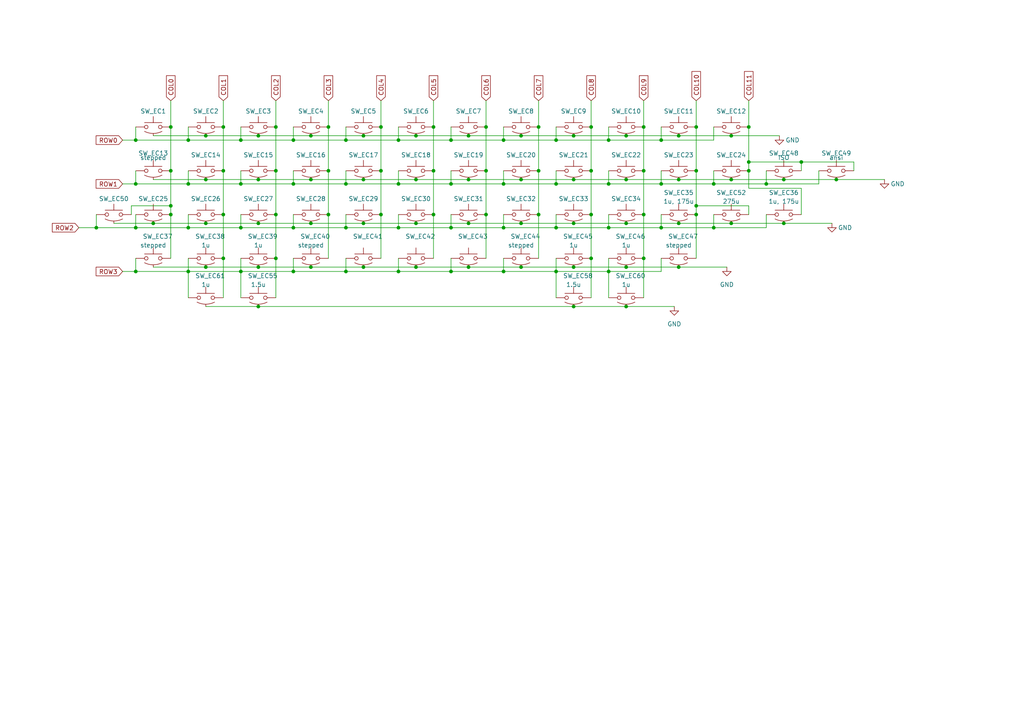
<source format=kicad_sch>
(kicad_sch (version 20230121) (generator eeschema)
  (paper "A4")
  (lib_symbols
    (symbol "cipulot_parts:Topre" (pin_numbers hide) (pin_names (offset 1.016) hide)
      (property "Reference" "SW_EC" (at -3.175 6.858 0))
      (property "Value" "Topre" (at -0.127 4.572 0))
      (symbol "Topre_0_1"
        (arc (start -2.54 -1.27) (mid 0 -1.8696) (end 2.54 -1.27))
        (circle (center -2.032 0) (radius 0.508))
        (polyline (pts (xy 0 1.27) (xy 0 3.048)))
        (polyline (pts (xy 2.54 1.27) (xy -2.54 1.27)))
        (circle (center 2.032 0) (radius 0.508))
        (pin input line (at -5.08 0 0) (length 2.54) (name "1") (number "1"))
        (pin output line (at 5.08 0 180) (length 2.54) (name "2") (number "2"))
      )
      (symbol "Topre_1_1"
        (pin power_in line (at 0 -2.54 90) (length 0.6096) (name "3") (number "3"))
      )
    )
    (symbol "power:GND" (power) (pin_names (offset 0))
      (property "Value" "GND" (at 0 -3.81 0))
      (symbol "GND_0_1"
        (polyline (pts (xy 0 0) (xy 0 -1.27) (xy 1.27 -1.27) (xy 0 -2.54) (xy -1.27 -1.27) (xy 0 -1.27)))
      )
      (symbol "GND_1_1"
        (pin power_in line (at 0 0 270) (length 0) hide (name "GND") (number "1"))
      )
    )
  )
  (junction (at 146.05 78.74))
  (junction (at 49.53 59.69))
  (junction (at 49.53 49.53))
  (junction (at 217.17 36.83))
  (junction (at 186.69 62.23))
  (junction (at 135.89 52.07))
  (junction (at 135.89 77.47))
  (junction (at 217.17 49.53))
  (junction (at 176.53 66.04))
  (junction (at 166.37 88.9))
  (junction (at 146.05 40.64))
  (junction (at 130.81 66.04))
  (junction (at 181.61 88.9))
  (junction (at 191.77 40.64))
  (junction (at 105.41 64.77))
  (junction (at 130.81 53.34))
  (junction (at 130.81 78.74))
  (junction (at 196.85 39.37))
  (junction (at 110.49 36.83))
  (junction (at 151.13 64.77))
  (junction (at 222.25 53.34))
  (junction (at 85.09 66.04))
  (junction (at 161.29 66.04))
  (junction (at 125.73 62.23))
  (junction (at 69.85 78.74))
  (junction (at 186.69 49.53))
  (junction (at 217.17 46.99))
  (junction (at 181.61 64.77))
  (junction (at 110.49 62.23))
  (junction (at 207.01 66.04))
  (junction (at 80.01 62.23))
  (junction (at 156.21 49.53))
  (junction (at 85.09 53.34))
  (junction (at 135.89 64.77))
  (junction (at 115.57 53.34))
  (junction (at 74.93 64.77))
  (junction (at 186.69 36.83))
  (junction (at 39.37 40.64))
  (junction (at 176.53 40.64))
  (junction (at 181.61 77.47))
  (junction (at 156.21 36.83))
  (junction (at 80.01 36.83))
  (junction (at 166.37 77.47))
  (junction (at 130.81 40.64))
  (junction (at 90.17 52.07))
  (junction (at 59.69 64.77))
  (junction (at 100.33 40.64))
  (junction (at 135.89 39.37))
  (junction (at 171.45 62.23))
  (junction (at 59.69 77.47))
  (junction (at 49.53 36.83))
  (junction (at 80.01 74.93))
  (junction (at 151.13 77.47))
  (junction (at 120.65 39.37))
  (junction (at 166.37 64.77))
  (junction (at 69.85 53.34))
  (junction (at 27.94 66.04))
  (junction (at 151.13 52.07))
  (junction (at 166.37 39.37))
  (junction (at 140.97 36.83))
  (junction (at 39.37 78.74))
  (junction (at 196.85 77.47))
  (junction (at 166.37 52.07))
  (junction (at 120.65 64.77))
  (junction (at 196.85 64.77))
  (junction (at 59.69 52.07))
  (junction (at 171.45 74.93))
  (junction (at 146.05 66.04))
  (junction (at 69.85 66.04))
  (junction (at 140.97 49.53))
  (junction (at 242.57 52.07))
  (junction (at 140.97 62.23))
  (junction (at 115.57 78.74))
  (junction (at 95.25 36.83))
  (junction (at 201.93 36.83))
  (junction (at 181.61 52.07))
  (junction (at 74.93 77.47))
  (junction (at 201.93 49.53))
  (junction (at 64.77 49.53))
  (junction (at 212.09 52.07))
  (junction (at 74.93 52.07))
  (junction (at 54.61 40.64))
  (junction (at 105.41 39.37))
  (junction (at 74.93 88.9))
  (junction (at 156.21 62.23))
  (junction (at 186.69 74.93))
  (junction (at 191.77 66.04))
  (junction (at 110.49 49.53))
  (junction (at 146.05 53.34))
  (junction (at 54.61 78.74))
  (junction (at 227.33 52.07))
  (junction (at 105.41 52.07))
  (junction (at 100.33 78.74))
  (junction (at 120.65 77.47))
  (junction (at 90.17 64.77))
  (junction (at 181.61 39.37))
  (junction (at 100.33 53.34))
  (junction (at 151.13 39.37))
  (junction (at 90.17 77.47))
  (junction (at 100.33 66.04))
  (junction (at 69.85 40.64))
  (junction (at 161.29 53.34))
  (junction (at 80.01 49.53))
  (junction (at 161.29 40.64))
  (junction (at 212.09 39.37))
  (junction (at 64.77 62.23))
  (junction (at 176.53 78.74))
  (junction (at 64.77 36.83))
  (junction (at 44.45 64.77))
  (junction (at 85.09 40.64))
  (junction (at 227.33 64.77))
  (junction (at 74.93 39.37))
  (junction (at 54.61 66.04))
  (junction (at 115.57 40.64))
  (junction (at 85.09 78.74))
  (junction (at 115.57 66.04))
  (junction (at 171.45 36.83))
  (junction (at 125.73 36.83))
  (junction (at 207.01 53.34))
  (junction (at 95.25 49.53))
  (junction (at 39.37 53.34))
  (junction (at 201.93 59.69))
  (junction (at 161.29 78.74))
  (junction (at 95.25 62.23))
  (junction (at 212.09 64.77))
  (junction (at 120.65 52.07))
  (junction (at 64.77 74.93))
  (junction (at 191.77 53.34))
  (junction (at 59.69 39.37))
  (junction (at 49.53 62.23))
  (junction (at 90.17 39.37))
  (junction (at 105.41 77.47))
  (junction (at 39.37 66.04))
  (junction (at 232.41 46.99))
  (junction (at 201.93 62.23))
  (junction (at 171.45 49.53))
  (junction (at 125.73 49.53))
  (junction (at 176.53 53.34))
  (junction (at 196.85 52.07))
  (junction (at 54.61 53.34))
  (wire (pts (xy 135.89 52.07) (xy 151.13 52.07)))
  (wire (pts (xy 186.69 74.93) (xy 186.69 86.36)))
  (wire (pts (xy 74.93 77.47) (xy 90.17 77.47)))
  (wire (pts (xy 44.45 39.37) (xy 59.69 39.37)))
  (wire (pts (xy 171.45 49.53) (xy 171.45 62.23)))
  (wire (pts (xy 39.37 53.34) (xy 54.61 53.34)))
  (wire (pts (xy 191.77 74.93) (xy 191.77 78.74)))
  (wire (pts (xy 85.09 40.64) (xy 100.33 40.64)))
  (wire (pts (xy 217.17 29.21) (xy 217.17 36.83)))
  (wire (pts (xy 247.65 46.99) (xy 247.65 49.53)))
  (wire (pts (xy 39.37 66.04) (xy 54.61 66.04)))
  (wire (pts (xy 217.17 59.69) (xy 217.17 62.23)))
  (wire (pts (xy 140.97 49.53) (xy 140.97 62.23)))
  (wire (pts (xy 27.94 62.23) (xy 27.94 66.04)))
  (wire (pts (xy 100.33 66.04) (xy 115.57 66.04)))
  (wire (pts (xy 161.29 78.74) (xy 161.29 86.36)))
  (wire (pts (xy 161.29 40.64) (xy 176.53 40.64)))
  (wire (pts (xy 74.93 39.37) (xy 90.17 39.37)))
  (wire (pts (xy 35.56 78.74) (xy 39.37 78.74)))
  (wire (pts (xy 74.93 64.77) (xy 90.17 64.77)))
  (wire (pts (xy 196.85 39.37) (xy 212.09 39.37)))
  (wire (pts (xy 140.97 29.21) (xy 140.97 36.83)))
  (wire (pts (xy 80.01 29.21) (xy 80.01 36.83)))
  (wire (pts (xy 54.61 62.23) (xy 54.61 66.04)))
  (wire (pts (xy 64.77 29.21) (xy 64.77 36.83)))
  (wire (pts (xy 146.05 36.83) (xy 146.05 40.64)))
  (wire (pts (xy 151.13 64.77) (xy 166.37 64.77)))
  (wire (pts (xy 115.57 62.23) (xy 115.57 66.04)))
  (wire (pts (xy 39.37 40.64) (xy 54.61 40.64)))
  (wire (pts (xy 166.37 39.37) (xy 181.61 39.37)))
  (wire (pts (xy 54.61 49.53) (xy 54.61 53.34)))
  (wire (pts (xy 212.09 64.77) (xy 227.33 64.77)))
  (wire (pts (xy 140.97 62.23) (xy 140.97 74.93)))
  (wire (pts (xy 54.61 66.04) (xy 69.85 66.04)))
  (wire (pts (xy 217.17 46.99) (xy 217.17 49.53)))
  (wire (pts (xy 100.33 40.64) (xy 115.57 40.64)))
  (wire (pts (xy 49.53 29.21) (xy 49.53 36.83)))
  (wire (pts (xy 120.65 52.07) (xy 135.89 52.07)))
  (wire (pts (xy 49.53 36.83) (xy 49.53 49.53)))
  (wire (pts (xy 120.65 64.77) (xy 135.89 64.77)))
  (wire (pts (xy 166.37 64.77) (xy 181.61 64.77)))
  (wire (pts (xy 191.77 36.83) (xy 191.77 40.64)))
  (wire (pts (xy 69.85 40.64) (xy 85.09 40.64)))
  (wire (pts (xy 130.81 66.04) (xy 146.05 66.04)))
  (wire (pts (xy 115.57 66.04) (xy 130.81 66.04)))
  (wire (pts (xy 115.57 74.93) (xy 115.57 78.74)))
  (wire (pts (xy 35.56 40.64) (xy 39.37 40.64)))
  (wire (pts (xy 217.17 54.61) (xy 232.41 54.61)))
  (wire (pts (xy 44.45 77.47) (xy 59.69 77.47)))
  (wire (pts (xy 196.85 77.47) (xy 210.82 77.47)))
  (wire (pts (xy 186.69 62.23) (xy 186.69 74.93)))
  (wire (pts (xy 80.01 62.23) (xy 80.01 74.93)))
  (wire (pts (xy 232.41 46.99) (xy 247.65 46.99)))
  (wire (pts (xy 64.77 62.23) (xy 64.77 74.93)))
  (wire (pts (xy 44.45 64.77) (xy 59.69 64.77)))
  (wire (pts (xy 100.33 74.93) (xy 100.33 78.74)))
  (wire (pts (xy 201.93 49.53) (xy 201.93 59.69)))
  (wire (pts (xy 49.53 59.69) (xy 49.53 62.23)))
  (wire (pts (xy 161.29 53.34) (xy 176.53 53.34)))
  (wire (pts (xy 151.13 52.07) (xy 166.37 52.07)))
  (wire (pts (xy 161.29 66.04) (xy 176.53 66.04)))
  (wire (pts (xy 74.93 88.9) (xy 166.37 88.9)))
  (wire (pts (xy 181.61 52.07) (xy 196.85 52.07)))
  (wire (pts (xy 54.61 78.74) (xy 69.85 78.74)))
  (wire (pts (xy 201.93 59.69) (xy 201.93 62.23)))
  (wire (pts (xy 69.85 49.53) (xy 69.85 53.34)))
  (wire (pts (xy 54.61 74.93) (xy 54.61 78.74)))
  (wire (pts (xy 39.37 62.23) (xy 39.37 66.04)))
  (wire (pts (xy 100.33 49.53) (xy 100.33 53.34)))
  (wire (pts (xy 222.25 62.23) (xy 222.25 66.04)))
  (wire (pts (xy 237.49 49.53) (xy 237.49 53.34)))
  (wire (pts (xy 181.61 39.37) (xy 196.85 39.37)))
  (wire (pts (xy 232.41 46.99) (xy 232.41 49.53)))
  (wire (pts (xy 161.29 78.74) (xy 176.53 78.74)))
  (wire (pts (xy 181.61 64.77) (xy 196.85 64.77)))
  (wire (pts (xy 135.89 64.77) (xy 151.13 64.77)))
  (wire (pts (xy 146.05 74.93) (xy 146.05 78.74)))
  (wire (pts (xy 95.25 49.53) (xy 95.25 62.23)))
  (wire (pts (xy 100.33 62.23) (xy 100.33 66.04)))
  (wire (pts (xy 196.85 52.07) (xy 212.09 52.07)))
  (wire (pts (xy 105.41 64.77) (xy 120.65 64.77)))
  (wire (pts (xy 85.09 36.83) (xy 85.09 40.64)))
  (wire (pts (xy 135.89 77.47) (xy 151.13 77.47)))
  (wire (pts (xy 151.13 77.47) (xy 166.37 77.47)))
  (wire (pts (xy 54.61 53.34) (xy 69.85 53.34)))
  (wire (pts (xy 212.09 52.07) (xy 227.33 52.07)))
  (wire (pts (xy 105.41 77.47) (xy 120.65 77.47)))
  (wire (pts (xy 59.69 64.77) (xy 74.93 64.77)))
  (wire (pts (xy 242.57 52.07) (xy 256.54 52.07)))
  (wire (pts (xy 176.53 40.64) (xy 191.77 40.64)))
  (wire (pts (xy 64.77 36.83) (xy 64.77 49.53)))
  (wire (pts (xy 22.86 66.04) (xy 27.94 66.04)))
  (wire (pts (xy 130.81 40.64) (xy 146.05 40.64)))
  (wire (pts (xy 64.77 49.53) (xy 64.77 62.23)))
  (wire (pts (xy 161.29 62.23) (xy 161.29 66.04)))
  (wire (pts (xy 125.73 29.21) (xy 125.73 36.83)))
  (wire (pts (xy 217.17 36.83) (xy 217.17 46.99)))
  (wire (pts (xy 156.21 49.53) (xy 156.21 62.23)))
  (wire (pts (xy 191.77 49.53) (xy 191.77 53.34)))
  (wire (pts (xy 207.01 66.04) (xy 222.25 66.04)))
  (wire (pts (xy 176.53 49.53) (xy 176.53 53.34)))
  (wire (pts (xy 120.65 77.47) (xy 135.89 77.47)))
  (wire (pts (xy 49.53 49.53) (xy 49.53 59.69)))
  (wire (pts (xy 39.37 78.74) (xy 54.61 78.74)))
  (wire (pts (xy 146.05 49.53) (xy 146.05 53.34)))
  (wire (pts (xy 232.41 54.61) (xy 232.41 62.23)))
  (wire (pts (xy 44.45 52.07) (xy 59.69 52.07)))
  (wire (pts (xy 171.45 62.23) (xy 171.45 74.93)))
  (wire (pts (xy 110.49 62.23) (xy 110.49 74.93)))
  (wire (pts (xy 110.49 29.21) (xy 110.49 36.83)))
  (wire (pts (xy 191.77 53.34) (xy 207.01 53.34)))
  (wire (pts (xy 130.81 36.83) (xy 130.81 40.64)))
  (wire (pts (xy 181.61 77.47) (xy 196.85 77.47)))
  (wire (pts (xy 69.85 78.74) (xy 85.09 78.74)))
  (wire (pts (xy 176.53 36.83) (xy 176.53 40.64)))
  (wire (pts (xy 125.73 36.83) (xy 125.73 49.53)))
  (wire (pts (xy 130.81 78.74) (xy 146.05 78.74)))
  (wire (pts (xy 100.33 53.34) (xy 115.57 53.34)))
  (wire (pts (xy 110.49 36.83) (xy 110.49 49.53)))
  (wire (pts (xy 140.97 36.83) (xy 140.97 49.53)))
  (wire (pts (xy 38.1 59.69) (xy 38.1 62.23)))
  (wire (pts (xy 95.25 29.21) (xy 95.25 36.83)))
  (wire (pts (xy 191.77 66.04) (xy 207.01 66.04)))
  (wire (pts (xy 186.69 36.83) (xy 186.69 49.53)))
  (wire (pts (xy 227.33 52.07) (xy 242.57 52.07)))
  (wire (pts (xy 100.33 36.83) (xy 100.33 40.64)))
  (wire (pts (xy 201.93 59.69) (xy 217.17 59.69)))
  (wire (pts (xy 212.09 39.37) (xy 226.06 39.37)))
  (wire (pts (xy 115.57 40.64) (xy 130.81 40.64)))
  (wire (pts (xy 80.01 36.83) (xy 80.01 49.53)))
  (wire (pts (xy 105.41 52.07) (xy 120.65 52.07)))
  (wire (pts (xy 156.21 29.21) (xy 156.21 36.83)))
  (wire (pts (xy 85.09 66.04) (xy 100.33 66.04)))
  (wire (pts (xy 171.45 29.21) (xy 171.45 36.83)))
  (wire (pts (xy 39.37 36.83) (xy 39.37 40.64)))
  (wire (pts (xy 146.05 62.23) (xy 146.05 66.04)))
  (wire (pts (xy 69.85 62.23) (xy 69.85 66.04)))
  (wire (pts (xy 85.09 78.74) (xy 100.33 78.74)))
  (wire (pts (xy 201.93 36.83) (xy 201.93 49.53)))
  (wire (pts (xy 166.37 88.9) (xy 181.61 88.9)))
  (wire (pts (xy 90.17 64.77) (xy 105.41 64.77)))
  (wire (pts (xy 69.85 53.34) (xy 85.09 53.34)))
  (wire (pts (xy 38.1 59.69) (xy 49.53 59.69)))
  (wire (pts (xy 186.69 49.53) (xy 186.69 62.23)))
  (wire (pts (xy 156.21 62.23) (xy 156.21 74.93)))
  (wire (pts (xy 146.05 78.74) (xy 161.29 78.74)))
  (wire (pts (xy 69.85 74.93) (xy 69.85 78.74)))
  (wire (pts (xy 217.17 46.99) (xy 232.41 46.99)))
  (wire (pts (xy 125.73 49.53) (xy 125.73 62.23)))
  (wire (pts (xy 125.73 62.23) (xy 125.73 74.93)))
  (wire (pts (xy 115.57 36.83) (xy 115.57 40.64)))
  (wire (pts (xy 166.37 77.47) (xy 181.61 77.47)))
  (wire (pts (xy 227.33 64.77) (xy 241.3 64.77)))
  (wire (pts (xy 54.61 36.83) (xy 54.61 40.64)))
  (wire (pts (xy 100.33 78.74) (xy 115.57 78.74)))
  (wire (pts (xy 35.56 53.34) (xy 39.37 53.34)))
  (wire (pts (xy 90.17 77.47) (xy 105.41 77.47)))
  (wire (pts (xy 186.69 29.21) (xy 186.69 36.83)))
  (wire (pts (xy 85.09 62.23) (xy 85.09 66.04)))
  (wire (pts (xy 115.57 78.74) (xy 130.81 78.74)))
  (wire (pts (xy 95.25 36.83) (xy 95.25 49.53)))
  (wire (pts (xy 59.69 88.9) (xy 74.93 88.9)))
  (wire (pts (xy 80.01 74.93) (xy 80.01 86.36)))
  (wire (pts (xy 176.53 78.74) (xy 191.77 78.74)))
  (wire (pts (xy 90.17 39.37) (xy 105.41 39.37)))
  (wire (pts (xy 151.13 39.37) (xy 166.37 39.37)))
  (wire (pts (xy 171.45 36.83) (xy 171.45 49.53)))
  (wire (pts (xy 59.69 39.37) (xy 74.93 39.37)))
  (wire (pts (xy 105.41 39.37) (xy 120.65 39.37)))
  (wire (pts (xy 39.37 74.93) (xy 39.37 78.74)))
  (wire (pts (xy 171.45 74.93) (xy 171.45 86.36)))
  (wire (pts (xy 80.01 49.53) (xy 80.01 62.23)))
  (wire (pts (xy 146.05 53.34) (xy 161.29 53.34)))
  (wire (pts (xy 176.53 66.04) (xy 191.77 66.04)))
  (wire (pts (xy 54.61 78.74) (xy 54.61 86.36)))
  (wire (pts (xy 120.65 39.37) (xy 135.89 39.37)))
  (wire (pts (xy 146.05 40.64) (xy 161.29 40.64)))
  (wire (pts (xy 85.09 53.34) (xy 100.33 53.34)))
  (wire (pts (xy 49.53 62.23) (xy 49.53 74.93)))
  (wire (pts (xy 176.53 74.93) (xy 176.53 78.74)))
  (wire (pts (xy 69.85 78.74) (xy 69.85 86.36)))
  (wire (pts (xy 33.02 64.77) (xy 44.45 64.77)))
  (wire (pts (xy 191.77 62.23) (xy 191.77 66.04)))
  (wire (pts (xy 59.69 77.47) (xy 74.93 77.47)))
  (wire (pts (xy 135.89 39.37) (xy 151.13 39.37)))
  (wire (pts (xy 166.37 52.07) (xy 181.61 52.07)))
  (wire (pts (xy 130.81 53.34) (xy 146.05 53.34)))
  (wire (pts (xy 90.17 52.07) (xy 105.41 52.07)))
  (wire (pts (xy 191.77 40.64) (xy 207.01 40.64)))
  (wire (pts (xy 196.85 64.77) (xy 212.09 64.77)))
  (wire (pts (xy 85.09 49.53) (xy 85.09 53.34)))
  (wire (pts (xy 115.57 53.34) (xy 130.81 53.34)))
  (wire (pts (xy 201.93 62.23) (xy 201.93 74.93)))
  (wire (pts (xy 95.25 62.23) (xy 95.25 74.93)))
  (wire (pts (xy 39.37 49.53) (xy 39.37 53.34)))
  (wire (pts (xy 54.61 40.64) (xy 69.85 40.64)))
  (wire (pts (xy 161.29 49.53) (xy 161.29 53.34)))
  (wire (pts (xy 59.69 52.07) (xy 74.93 52.07)))
  (wire (pts (xy 130.81 49.53) (xy 130.81 53.34)))
  (wire (pts (xy 115.57 49.53) (xy 115.57 53.34)))
  (wire (pts (xy 69.85 66.04) (xy 85.09 66.04)))
  (wire (pts (xy 146.05 66.04) (xy 161.29 66.04)))
  (wire (pts (xy 222.25 49.53) (xy 222.25 53.34)))
  (wire (pts (xy 176.53 78.74) (xy 176.53 86.36)))
  (wire (pts (xy 207.01 36.83) (xy 207.01 40.64)))
  (wire (pts (xy 176.53 62.23) (xy 176.53 66.04)))
  (wire (pts (xy 207.01 49.53) (xy 207.01 53.34)))
  (wire (pts (xy 130.81 74.93) (xy 130.81 78.74)))
  (wire (pts (xy 207.01 53.34) (xy 222.25 53.34)))
  (wire (pts (xy 217.17 49.53) (xy 217.17 54.61)))
  (wire (pts (xy 69.85 36.83) (xy 69.85 40.64)))
  (wire (pts (xy 176.53 53.34) (xy 191.77 53.34)))
  (wire (pts (xy 207.01 62.23) (xy 207.01 66.04)))
  (wire (pts (xy 181.61 88.9) (xy 195.58 88.9)))
  (wire (pts (xy 27.94 66.04) (xy 39.37 66.04)))
  (wire (pts (xy 85.09 74.93) (xy 85.09 78.74)))
  (wire (pts (xy 130.81 62.23) (xy 130.81 66.04)))
  (wire (pts (xy 201.93 29.21) (xy 201.93 36.83)))
  (wire (pts (xy 222.25 53.34) (xy 237.49 53.34)))
  (wire (pts (xy 74.93 52.07) (xy 90.17 52.07)))
  (wire (pts (xy 110.49 49.53) (xy 110.49 62.23)))
  (wire (pts (xy 156.21 36.83) (xy 156.21 49.53)))
  (wire (pts (xy 64.77 74.93) (xy 64.77 86.36)))
  (wire (pts (xy 161.29 36.83) (xy 161.29 40.64)))
  (wire (pts (xy 161.29 74.93) (xy 161.29 78.74)))
  (global_label "ROW0" (shape input) (at 35.56 40.64 180) (property "Intersheetrefs" "${INTERSHEET_REFS}" (effects hide)))
  (global_label "COL2" (shape input) (at 80.01 29.21 90) (property "Intersheetrefs" "${INTERSHEET_REFS}" (effects hide)))
  (global_label "COL1" (shape input) (at 64.77 29.21 90) (property "Intersheetrefs" "${INTERSHEET_REFS}" (effects hide)))
  (global_label "COL0" (shape input) (at 49.53 29.21 90) (property "Intersheetrefs" "${INTERSHEET_REFS}" (effects hide)))
  (global_label "ROW3" (shape input) (at 35.56 78.74 180) (property "Intersheetrefs" "${INTERSHEET_REFS}" (effects hide)))
  (global_label "COL6" (shape input) (at 140.97 29.21 90) (property "Intersheetrefs" "${INTERSHEET_REFS}" (effects hide)))
  (global_label "COL5" (shape input) (at 125.73 29.21 90) (property "Intersheetrefs" "${INTERSHEET_REFS}" (effects hide)))
  (global_label "COL8" (shape input) (at 171.45 29.21 90) (property "Intersheetrefs" "${INTERSHEET_REFS}" (effects hide)))
  (global_label "COL4" (shape input) (at 110.49 29.21 90) (property "Intersheetrefs" "${INTERSHEET_REFS}" (effects hide)))
  (global_label "COL3" (shape input) (at 95.25 29.21 90) (property "Intersheetrefs" "${INTERSHEET_REFS}" (effects hide)))
  (global_label "COL9" (shape input) (at 186.69 29.21 90) (property "Intersheetrefs" "${INTERSHEET_REFS}" (effects hide)))
  (global_label "COL10" (shape input) (at 201.93 29.21 90) (property "Intersheetrefs" "${INTERSHEET_REFS}" (effects hide)))
  (global_label "ROW1" (shape input) (at 35.56 53.34 180) (property "Intersheetrefs" "${INTERSHEET_REFS}" (effects hide)))
  (global_label "COL7" (shape input) (at 156.21 29.21 90) (property "Intersheetrefs" "${INTERSHEET_REFS}" (effects hide)))
  (global_label "COL11" (shape input) (at 217.17 29.21 90) (property "Intersheetrefs" "${INTERSHEET_REFS}" (effects hide)))
  (global_label "ROW2" (shape input) (at 22.86 66.04 180) (property "Intersheetrefs" "${INTERSHEET_REFS}" (effects hide)))
  (symbol (lib_id "cipulot_parts:Topre") (at 166.37 36.83 0) (unit 1)
    (property "Reference" "SW_EC9" (at 166.37 32.258 0))
    (property "Value" "Topre" (effects hide))
    (property "Footprint" "cipulot_parts:ecs_pad_1U_no_ring" (effects hide))
  )
  (symbol (lib_id "cipulot_parts:Topre") (at 196.85 36.83 0) (unit 1)
    (property "Reference" "SW_EC11" (at 196.85 32.258 0))
    (property "Value" "Topre" (effects hide))
    (property "Footprint" "cipulot_parts:ecs_pad_1U_no_ring" (effects hide))
  )
  (symbol (lib_id "cipulot_parts:Topre") (at 105.41 49.53 0) (unit 1)
    (property "Reference" "SW_EC17" (at 105.41 44.958 0))
    (property "Value" "Topre" (effects hide))
    (property "Footprint" "cipulot_parts:ecs_pad_1U_no_ring" (effects hide))
  )
  (symbol (lib_id "cipulot_parts:Topre") (at 166.37 62.23 0) (unit 1)
    (property "Reference" "SW_EC33" (at 166.37 57.658 0))
    (property "Value" "Topre" (effects hide))
    (property "Footprint" "cipulot_parts:ecs_pad_1U_no_ring" (effects hide))
  )
  (symbol (lib_id "cipulot_parts:Topre") (at 44.45 49.53 0) (unit 1)
    (property "Reference" "SW_EC13" (at 44.45 44.45 0))
    (property "Value" "stepped" (at 44.45 45.72 0))
    (property "Footprint" "cipulot_parts:ecs_pad_no_ring_stepped&normal" (effects hide))
  )
  (symbol (lib_id "cipulot_parts:Topre") (at 44.45 62.23 0) (unit 1)
    (property "Reference" "SW_EC25" (at 44.45 57.658 0))
    (property "Value" "Topre" (effects hide))
    (property "Footprint" "cipulot_parts:ecs_pad_1U_no_ring" (effects hide))
  )
  (symbol (lib_id "power:GND") (at 226.06 39.37 0) (unit 1)
    (property "Reference" "#PWR014" (effects hide))
    (property "Value" "GND" (at 229.87 40.64 0))
  )
  (symbol (lib_id "cipulot_parts:Topre") (at 120.65 74.93 0) (unit 1)
    (property "Reference" "SW_EC42" (at 121.92 68.58 0))
    (property "Value" "Topre" (effects hide))
    (property "Footprint" "cipulot_parts:ecs_pad_1U_no_ring" (effects hide))
  )
  (symbol (lib_id "cipulot_parts:Topre") (at 135.89 49.53 0) (unit 1)
    (property "Reference" "SW_EC19" (at 135.89 44.958 0))
    (property "Value" "Topre" (effects hide))
    (property "Footprint" "cipulot_parts:ecs_pad_1U_no_ring" (effects hide))
  )
  (symbol (lib_id "cipulot_parts:Topre") (at 59.69 74.93 0) (unit 1)
    (property "Reference" "SW_EC38" (at 60.96 68.58 0))
    (property "Value" "1u" (at 59.69 71.12 0))
    (property "Footprint" "cipulot_parts:ecs_pad_1U_no_ring" (effects hide))
  )
  (symbol (lib_id "cipulot_parts:Topre") (at 212.09 36.83 0) (unit 1)
    (property "Reference" "SW_EC12" (at 212.09 32.258 0))
    (property "Value" "Topre" (effects hide))
    (property "Footprint" "cipulot_parts:ecs_pad_1U_no_ring" (effects hide))
  )
  (symbol (lib_id "cipulot_parts:Topre") (at 227.33 49.53 0) (unit 1)
    (property "Reference" "SW_EC48" (at 227.33 44.45 0))
    (property "Value" "ISO" (at 227.33 45.72 0))
    (property "Footprint" "cipulot_parts:ecs_pad_1U_no_ring" (effects hide))
  )
  (symbol (lib_id "cipulot_parts:Topre") (at 181.61 36.83 0) (unit 1)
    (property "Reference" "SW_EC10" (at 181.61 32.258 0))
    (property "Value" "Topre" (effects hide))
    (property "Footprint" "cipulot_parts:ecs_pad_1U_no_ring" (effects hide))
  )
  (symbol (lib_id "cipulot_parts:Topre") (at 74.93 74.93 0) (unit 1)
    (property "Reference" "SW_EC39" (at 76.2 68.58 0))
    (property "Value" "1u" (at 74.93 71.12 0))
    (property "Footprint" "cipulot_parts:ecs_pad_1U_no_ring" (effects hide))
  )
  (symbol (lib_id "cipulot_parts:Topre") (at 105.41 62.23 0) (unit 1)
    (property "Reference" "SW_EC29" (at 105.41 57.658 0))
    (property "Value" "Topre" (effects hide))
    (property "Footprint" "cipulot_parts:ecs_pad_1U_no_ring" (effects hide))
  )
  (symbol (lib_id "power:GND") (at 241.3 64.77 0) (unit 1)
    (property "Reference" "#PWR025" (effects hide))
    (property "Value" "GND" (at 245.11 66.04 0))
  )
  (symbol (lib_id "power:GND") (at 195.58 88.9 0) (unit 1)
    (property "Reference" "#PWR030" (effects hide))
    (property "Value" "GND" (at 195.58 93.98 0))
  )
  (symbol (lib_id "cipulot_parts:Topre") (at 181.61 86.36 0) (unit 1)
    (property "Reference" "SW_EC60" (at 182.88 80.01 0))
    (property "Value" "1u" (at 181.61 82.55 0))
    (property "Footprint" "cipulot_parts:ecs_pad_1U_no_ring" (effects hide))
  )
  (symbol (lib_id "cipulot_parts:Topre") (at 135.89 62.23 0) (unit 1)
    (property "Reference" "SW_EC31" (at 135.89 57.658 0))
    (property "Value" "Topre" (effects hide))
    (property "Footprint" "cipulot_parts:ecs_pad_1U_no_ring" (effects hide))
  )
  (symbol (lib_id "cipulot_parts:Topre") (at 74.93 36.83 0) (unit 1)
    (property "Reference" "SW_EC3" (at 74.93 32.258 0))
    (property "Value" "Topre" (effects hide))
    (property "Footprint" "cipulot_parts:ecs_pad_1U_no_ring" (effects hide))
  )
  (symbol (lib_id "cipulot_parts:Topre") (at 212.09 49.53 0) (unit 1)
    (property "Reference" "SW_EC24" (at 212.09 44.958 0))
    (property "Value" "Topre" (effects hide))
    (property "Footprint" "cipulot_parts:ecs_pad_1U_no_ring" (effects hide))
  )
  (symbol (lib_id "cipulot_parts:Topre") (at 227.33 62.23 0) (unit 1)
    (property "Reference" "SW_EC36" (at 227.33 55.88 0))
    (property "Value" "1u, 175u" (at 227.33 58.42 0))
    (property "Footprint" "cipulot_parts:ecs_pad_no_ring_1u1.75u" (effects hide))
  )
  (symbol (lib_id "cipulot_parts:Topre") (at 196.85 49.53 0) (unit 1)
    (property "Reference" "SW_EC23" (at 196.85 44.958 0))
    (property "Value" "Topre" (effects hide))
    (property "Footprint" "cipulot_parts:ecs_pad_1U_no_ring" (effects hide))
  )
  (symbol (lib_id "power:GND") (at 210.82 77.47 0) (unit 1)
    (property "Reference" "#PWR026" (effects hide))
    (property "Value" "GND" (at 210.82 82.55 0))
  )
  (symbol (lib_id "cipulot_parts:Topre") (at 44.45 36.83 0) (unit 1)
    (property "Reference" "SW_EC1" (at 44.45 32.258 0))
    (property "Value" "Topre" (effects hide))
    (property "Footprint" "cipulot_parts:ecs_pad_1U_no_ring" (effects hide))
  )
  (symbol (lib_id "cipulot_parts:Topre") (at 59.69 49.53 0) (unit 1)
    (property "Reference" "SW_EC14" (at 59.69 44.958 0))
    (property "Value" "Topre" (effects hide))
    (property "Footprint" "cipulot_parts:ecs_pad_1U_no_ring" (effects hide))
  )
  (symbol (lib_id "cipulot_parts:Topre") (at 90.17 36.83 0) (unit 1)
    (property "Reference" "SW_EC4" (at 90.17 32.258 0))
    (property "Value" "Topre" (effects hide))
    (property "Footprint" "cipulot_parts:ecs_pad_1U_no_ring" (effects hide))
  )
  (symbol (lib_id "cipulot_parts:Topre") (at 59.69 36.83 0) (unit 1)
    (property "Reference" "SW_EC2" (at 59.69 32.258 0))
    (property "Value" "Topre" (effects hide))
    (property "Footprint" "cipulot_parts:ecs_pad_1U_no_ring" (effects hide))
  )
  (symbol (lib_id "cipulot_parts:Topre") (at 59.69 62.23 0) (unit 1)
    (property "Reference" "SW_EC26" (at 59.69 57.658 0))
    (property "Value" "Topre" (effects hide))
    (property "Footprint" "cipulot_parts:ecs_pad_1U_no_ring" (effects hide))
  )
  (symbol (lib_id "cipulot_parts:Topre") (at 166.37 49.53 0) (unit 1)
    (property "Reference" "SW_EC21" (at 166.37 44.958 0))
    (property "Value" "Topre" (effects hide))
    (property "Footprint" "cipulot_parts:ecs_pad_1U_no_ring" (effects hide))
  )
  (symbol (lib_id "cipulot_parts:Topre") (at 74.93 49.53 0) (unit 1)
    (property "Reference" "SW_EC15" (at 74.93 44.958 0))
    (property "Value" "Topre" (effects hide))
    (property "Footprint" "cipulot_parts:ecs_pad_1U_no_ring" (effects hide))
  )
  (symbol (lib_id "cipulot_parts:Topre") (at 151.13 49.53 0) (unit 1)
    (property "Reference" "SW_EC20" (at 151.13 44.958 0))
    (property "Value" "Topre" (effects hide))
    (property "Footprint" "cipulot_parts:ecs_pad_1U_no_ring" (effects hide))
  )
  (symbol (lib_id "cipulot_parts:Topre") (at 196.85 74.93 0) (unit 1)
    (property "Reference" "SW_EC47" (at 198.12 68.58 0))
    (property "Value" "stepped" (at 196.85 71.12 0))
    (property "Footprint" "cipulot_parts:ecs_pad_no_ring_stepped&normal" (effects hide))
  )
  (symbol (lib_id "cipulot_parts:Topre") (at 181.61 62.23 0) (unit 1)
    (property "Reference" "SW_EC34" (at 181.61 57.658 0))
    (property "Value" "Topre" (effects hide))
    (property "Footprint" "cipulot_parts:ecs_pad_1U_no_ring" (effects hide))
  )
  (symbol (lib_id "cipulot_parts:Topre") (at 120.65 36.83 0) (unit 1)
    (property "Reference" "SW_EC6" (at 120.65 32.258 0))
    (property "Value" "Topre" (effects hide))
    (property "Footprint" "cipulot_parts:ecs_pad_1U_no_ring" (effects hide))
  )
  (symbol (lib_id "power:GND") (at 256.54 52.07 0) (unit 1)
    (property "Reference" "#PWR016" (effects hide))
    (property "Value" "GND" (at 260.35 53.34 0))
  )
  (symbol (lib_id "cipulot_parts:Topre") (at 135.89 74.93 0) (unit 1)
    (property "Reference" "SW_EC43" (at 137.16 68.58 0))
    (property "Value" "Topre" (effects hide))
    (property "Footprint" "cipulot_parts:ecs_pad_no_ring_stepped&normal" (effects hide))
  )
  (symbol (lib_id "cipulot_parts:Topre") (at 196.85 62.23 0) (unit 1)
    (property "Reference" "SW_EC35" (at 196.85 55.88 0))
    (property "Value" "1u, 175u" (at 196.85 58.42 0))
    (property "Footprint" "cipulot_parts:ecs_pad_no_ring_1u1.75u" (effects hide))
  )
  (symbol (lib_id "cipulot_parts:Topre") (at 90.17 49.53 0) (unit 1)
    (property "Reference" "SW_EC16" (at 90.17 44.958 0))
    (property "Value" "Topre" (effects hide))
    (property "Footprint" "cipulot_parts:ecs_pad_1U_no_ring" (effects hide))
  )
  (symbol (lib_id "cipulot_parts:Topre") (at 44.45 74.93 0) (unit 1)
    (property "Reference" "SW_EC37" (at 45.72 68.58 0))
    (property "Value" "stepped" (at 44.45 71.12 0))
    (property "Footprint" "cipulot_parts:ecs_pad_no_ring_stepped&normal" (effects hide))
  )
  (symbol (lib_id "cipulot_parts:Topre") (at 166.37 74.93 0) (unit 1)
    (property "Reference" "SW_EC45" (at 167.64 68.58 0))
    (property "Value" "1u" (at 166.37 71.12 0))
    (property "Footprint" "cipulot_parts:ecs_pad_1U_no_ring" (effects hide))
  )
  (symbol (lib_id "cipulot_parts:Topre") (at 242.57 49.53 0) (unit 1)
    (property "Reference" "SW_EC49" (at 242.57 44.45 0))
    (property "Value" "ansi" (at 242.57 45.72 0))
    (property "Footprint" "cipulot_parts:ecs_pad_1U_no_ring" (effects hide))
  )
  (symbol (lib_id "cipulot_parts:Topre") (at 181.61 49.53 0) (unit 1)
    (property "Reference" "SW_EC22" (at 181.61 44.958 0))
    (property "Value" "Topre" (effects hide))
    (property "Footprint" "cipulot_parts:ecs_pad_1U_no_ring" (effects hide))
  )
  (symbol (lib_id "cipulot_parts:Topre") (at 74.93 86.36 0) (unit 1)
    (property "Reference" "SW_EC55" (at 76.2 80.01 0))
    (property "Value" "1.5u" (at 74.93 82.55 0))
    (property "Footprint" "cipulot_parts:ecs_pad_1U_no_ring" (effects hide))
  )
  (symbol (lib_id "cipulot_parts:Topre") (at 120.65 49.53 0) (unit 1)
    (property "Reference" "SW_EC18" (at 120.65 44.958 0))
    (property "Value" "Topre" (effects hide))
    (property "Footprint" "cipulot_parts:ecs_pad_1U_no_ring" (effects hide))
  )
  (symbol (lib_id "cipulot_parts:Topre") (at 74.93 62.23 0) (unit 1)
    (property "Reference" "SW_EC27" (at 74.93 57.658 0))
    (property "Value" "Topre" (effects hide))
    (property "Footprint" "cipulot_parts:ecs_pad_1U_no_ring" (effects hide))
  )
  (symbol (lib_id "cipulot_parts:Topre") (at 90.17 74.93 0) (unit 1)
    (property "Reference" "SW_EC40" (at 91.44 68.58 0))
    (property "Value" "stepped" (at 90.17 71.12 0))
    (property "Footprint" "cipulot_parts:ecs_pad_no_ring_stepped&normal" (effects hide))
  )
  (symbol (lib_id "cipulot_parts:Topre") (at 212.09 62.23 0) (unit 1)
    (property "Reference" "SW_EC52" (at 212.09 55.88 0))
    (property "Value" "275u" (at 212.09 58.42 0))
    (property "Footprint" "cipulot_parts:ecs_pad_1U_no_ring" (effects hide))
  )
  (symbol (lib_id "cipulot_parts:Topre") (at 105.41 74.93 0) (unit 1)
    (property "Reference" "SW_EC41" (at 106.68 68.58 0))
    (property "Value" "Topre" (effects hide))
    (property "Footprint" "cipulot_parts:ecs_pad_no_ring_stepped&normal" (effects hide))
  )
  (symbol (lib_id "cipulot_parts:Topre") (at 151.13 36.83 0) (unit 1)
    (property "Reference" "SW_EC8" (at 151.13 32.258 0))
    (property "Value" "Topre" (effects hide))
    (property "Footprint" "cipulot_parts:ecs_pad_1U_no_ring" (effects hide))
  )
  (symbol (lib_id "cipulot_parts:Topre") (at 166.37 86.36 0) (unit 1)
    (property "Reference" "SW_EC58" (at 167.64 80.01 0))
    (property "Value" "1.5u" (at 166.37 82.55 0))
    (property "Footprint" "cipulot_parts:ecs_pad_1U_no_ring" (effects hide))
  )
  (symbol (lib_id "cipulot_parts:Topre") (at 181.61 74.93 0) (unit 1)
    (property "Reference" "SW_EC46" (at 182.88 68.58 0))
    (property "Value" "1u" (at 181.61 71.12 0))
    (property "Footprint" "cipulot_parts:ecs_pad_1U_no_ring" (effects hide))
  )
  (symbol (lib_id "cipulot_parts:Topre") (at 151.13 62.23 0) (unit 1)
    (property "Reference" "SW_EC32" (at 151.13 57.658 0))
    (property "Value" "Topre" (effects hide))
    (property "Footprint" "cipulot_parts:ecs_pad_1U_no_ring" (effects hide))
  )
  (symbol (lib_id "cipulot_parts:Topre") (at 33.02 62.23 0) (unit 1)
    (property "Reference" "SW_EC50" (at 33.02 57.658 0))
    (property "Value" "Topre" (effects hide))
    (property "Footprint" "cipulot_parts:ecs_pad_1U_no_ring" (effects hide))
  )
  (symbol (lib_id "cipulot_parts:Topre") (at 135.89 36.83 0) (unit 1)
    (property "Reference" "SW_EC7" (at 135.89 32.258 0))
    (property "Value" "Topre" (effects hide))
    (property "Footprint" "cipulot_parts:ecs_pad_1U_no_ring" (effects hide))
  )
  (symbol (lib_id "cipulot_parts:Topre") (at 105.41 36.83 0) (unit 1)
    (property "Reference" "SW_EC5" (at 105.41 32.258 0))
    (property "Value" "Topre" (effects hide))
    (property "Footprint" "cipulot_parts:ecs_pad_1U_no_ring" (effects hide))
  )
  (symbol (lib_id "cipulot_parts:Topre") (at 90.17 62.23 0) (unit 1)
    (property "Reference" "SW_EC28" (at 90.17 57.658 0))
    (property "Value" "Topre" (effects hide))
    (property "Footprint" "cipulot_parts:ecs_pad_1U_no_ring" (effects hide))
  )
  (symbol (lib_id "cipulot_parts:Topre") (at 120.65 62.23 0) (unit 1)
    (property "Reference" "SW_EC30" (at 120.65 57.658 0))
    (property "Value" "Topre" (effects hide))
    (property "Footprint" "cipulot_parts:ecs_pad_1U_no_ring" (effects hide))
  )
  (symbol (lib_id "cipulot_parts:Topre") (at 151.13 74.93 0) (unit 1)
    (property "Reference" "SW_EC44" (at 152.4 68.58 0))
    (property "Value" "stepped" (at 151.13 71.12 0))
    (property "Footprint" "cipulot_parts:ecs_pad_no_ring_stepped&normal" (effects hide))
  )
  (symbol (lib_id "cipulot_parts:Topre") (at 59.69 86.36 0) (unit 1)
    (property "Reference" "SW_EC61" (at 60.96 80.01 0))
    (property "Value" "1u" (at 59.69 82.55 0))
    (property "Footprint" "cipulot_parts:ecs_pad_1U_no_ring" (effects hide))
  )
)
</source>
